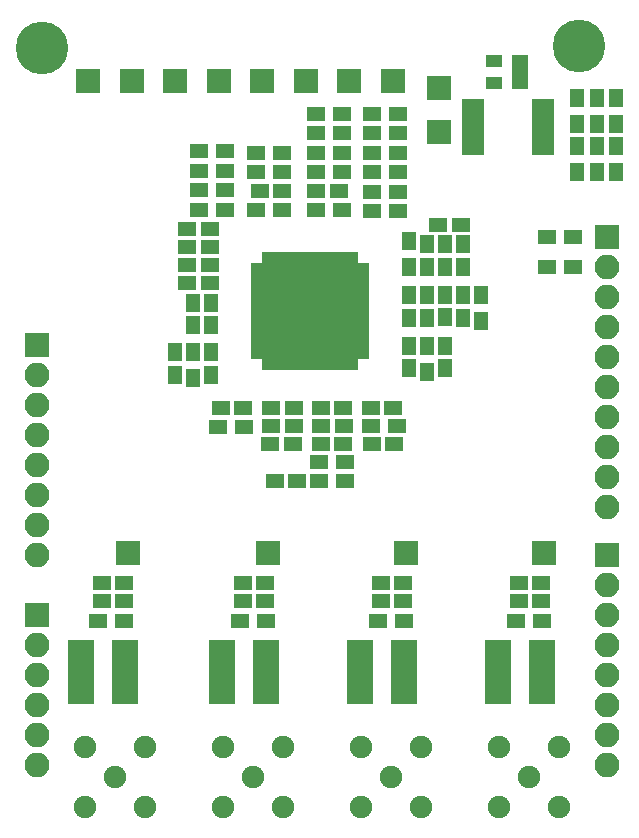
<source format=gts>
G04 #@! TF.FileFunction,Soldermask,Top*
%FSLAX46Y46*%
G04 Gerber Fmt 4.6, Leading zero omitted, Abs format (unit mm)*
G04 Created by KiCad (PCBNEW 4.0.7) date 04/28/18 13:58:35*
%MOMM*%
%LPD*%
G01*
G04 APERTURE LIST*
%ADD10C,0.100000*%
%ADD11C,1.906220*%
%ADD12C,4.464000*%
%ADD13R,2.100000X2.100000*%
%ADD14O,2.100000X2.100000*%
%ADD15R,2.200000X5.400000*%
%ADD16R,0.704800X1.212800*%
%ADD17R,1.212800X0.704800*%
%ADD18R,7.893000X7.893000*%
%ADD19R,1.460000X1.050000*%
%ADD20R,1.850000X0.850000*%
%ADD21R,1.150000X1.600000*%
%ADD22R,1.600000X1.150000*%
%ADD23R,1.600000X1.300000*%
%ADD24R,1.300000X1.600000*%
G04 APERTURE END LIST*
D10*
D11*
X159512000Y-140716000D03*
X162052000Y-138176000D03*
X162052000Y-143256000D03*
X156972000Y-138176000D03*
X156972000Y-143256000D03*
D12*
X175387000Y-78867000D03*
D11*
X136144000Y-140716000D03*
X138684000Y-138176000D03*
X138684000Y-143256000D03*
X133604000Y-138176000D03*
X133604000Y-143256000D03*
X147828000Y-140716000D03*
X150368000Y-138176000D03*
X150368000Y-143256000D03*
X145288000Y-138176000D03*
X145288000Y-143256000D03*
X171196000Y-140716000D03*
X173736000Y-138176000D03*
X173736000Y-143256000D03*
X168656000Y-138176000D03*
X168656000Y-143256000D03*
D13*
X177800000Y-94996000D03*
D14*
X177800000Y-97536000D03*
X177800000Y-100076000D03*
X177800000Y-102616000D03*
X177800000Y-105156000D03*
X177800000Y-107696000D03*
X177800000Y-110236000D03*
X177800000Y-112776000D03*
X177800000Y-115316000D03*
X177800000Y-117856000D03*
D13*
X129540000Y-104140000D03*
D14*
X129540000Y-106680000D03*
X129540000Y-109220000D03*
X129540000Y-111760000D03*
X129540000Y-114300000D03*
X129540000Y-116840000D03*
X129540000Y-119380000D03*
X129540000Y-121920000D03*
D13*
X177800000Y-121920000D03*
D14*
X177800000Y-124460000D03*
X177800000Y-127000000D03*
X177800000Y-129540000D03*
X177800000Y-132080000D03*
X177800000Y-134620000D03*
X177800000Y-137160000D03*
X177800000Y-139700000D03*
D13*
X129540000Y-127000000D03*
D14*
X129540000Y-129540000D03*
X129540000Y-132080000D03*
X129540000Y-134620000D03*
X129540000Y-137160000D03*
X129540000Y-139700000D03*
D15*
X133278000Y-131826000D03*
X136978000Y-131826000D03*
X145216000Y-131826000D03*
X148916000Y-131826000D03*
X156900000Y-131826000D03*
X160600000Y-131826000D03*
X168584000Y-131826000D03*
X172284000Y-131826000D03*
D16*
X148894800Y-105664000D03*
X149402800Y-105664000D03*
X149910800Y-105664000D03*
X150393400Y-105664000D03*
X150901400Y-105664000D03*
X151409400Y-105664000D03*
X151892000Y-105664000D03*
X152400000Y-105664000D03*
X152908000Y-105664000D03*
X153416000Y-105664000D03*
X153898600Y-105664000D03*
X154406600Y-105664000D03*
X154914600Y-105664000D03*
X155397200Y-105664000D03*
X155905200Y-105664000D03*
X156413200Y-105664000D03*
D17*
X157045660Y-105031540D03*
X157045660Y-104523540D03*
X157045660Y-104015540D03*
X157045660Y-103532940D03*
X157045660Y-103024940D03*
X157045660Y-102516940D03*
X157045660Y-102034340D03*
X157045660Y-101526340D03*
X157045660Y-101018340D03*
X157045660Y-100510340D03*
X157045660Y-100027740D03*
X157045660Y-99519740D03*
X157045660Y-99011740D03*
X157045660Y-98529140D03*
X157045660Y-98021140D03*
X157045660Y-97513140D03*
D16*
X156413200Y-96880680D03*
X155905200Y-96880680D03*
X155397200Y-96880680D03*
X154914600Y-96880680D03*
X154406600Y-96880680D03*
X153898600Y-96880680D03*
X153416000Y-96880680D03*
X152908000Y-96880680D03*
X152400000Y-96880680D03*
X151892000Y-96880680D03*
X151409400Y-96880680D03*
X150901400Y-96880680D03*
X150393400Y-96880680D03*
X149910800Y-96880680D03*
X149402800Y-96880680D03*
X148894800Y-96880680D03*
D17*
X148262340Y-97513140D03*
X148262340Y-98021140D03*
X148262340Y-98529140D03*
X148262340Y-99011740D03*
X148262340Y-99519740D03*
X148262340Y-100027740D03*
X148262340Y-100510340D03*
X148262340Y-101018340D03*
X148262340Y-101526340D03*
X148262340Y-102034340D03*
X148262340Y-102516940D03*
X148262340Y-103024940D03*
X148262340Y-103532940D03*
X148262340Y-104015540D03*
X148262340Y-104523540D03*
X148262340Y-105031540D03*
D18*
X152654000Y-101272340D03*
D19*
X170391000Y-81976000D03*
X170391000Y-81026000D03*
X170391000Y-80076000D03*
X168191000Y-80076000D03*
X168191000Y-81976000D03*
D20*
X166468000Y-83775000D03*
X166468000Y-84425000D03*
X166468000Y-85075000D03*
X166468000Y-85725000D03*
X166468000Y-86375000D03*
X166468000Y-87025000D03*
X166468000Y-87675000D03*
X172368000Y-87675000D03*
X172368000Y-87025000D03*
X172368000Y-86375000D03*
X172368000Y-85725000D03*
X172368000Y-85075000D03*
X172368000Y-84425000D03*
X172368000Y-83775000D03*
D13*
X137223500Y-121793000D03*
X149098000Y-121793000D03*
X160782000Y-121793000D03*
X163576000Y-82423000D03*
X163576000Y-86106000D03*
X172466000Y-121793000D03*
X133858000Y-81788000D03*
X141224000Y-81788000D03*
X148590000Y-81788000D03*
X155956000Y-81788000D03*
X137541000Y-81788000D03*
X144907000Y-81788000D03*
X152273000Y-81788000D03*
X159639000Y-81788000D03*
D21*
X144272000Y-102489000D03*
X144272000Y-100589000D03*
D22*
X149357000Y-109474000D03*
X151257000Y-109474000D03*
X155448000Y-109474000D03*
X153548000Y-109474000D03*
D21*
X161036000Y-101849000D03*
X161036000Y-99949000D03*
D22*
X135001000Y-125857000D03*
X136901000Y-125857000D03*
X155062000Y-91122500D03*
X153162000Y-91122500D03*
X150304500Y-91122500D03*
X148404500Y-91122500D03*
D21*
X165608000Y-99954000D03*
X165608000Y-101854000D03*
D22*
X151572000Y-115697000D03*
X149672000Y-115697000D03*
X153548000Y-112522000D03*
X155448000Y-112522000D03*
D21*
X164084000Y-97536000D03*
X164084000Y-95636000D03*
D22*
X136906000Y-124333000D03*
X135006000Y-124333000D03*
D21*
X144272000Y-104775000D03*
X144272000Y-106675000D03*
X142748000Y-102489000D03*
X142748000Y-100589000D03*
X141224000Y-106675000D03*
X141224000Y-104775000D03*
D22*
X146939000Y-125857000D03*
X148839000Y-125857000D03*
X151191000Y-112522000D03*
X149291000Y-112522000D03*
X148839000Y-124333000D03*
X146939000Y-124333000D03*
X147000000Y-109474000D03*
X145100000Y-109474000D03*
X159700000Y-109474000D03*
X157800000Y-109474000D03*
D21*
X161036000Y-106106000D03*
X161036000Y-104206000D03*
D22*
X149352000Y-110998000D03*
X151252000Y-110998000D03*
X142245000Y-95885000D03*
X144145000Y-95885000D03*
X142245000Y-94361000D03*
X144145000Y-94361000D03*
D21*
X164084000Y-101788000D03*
X164084000Y-99888000D03*
D22*
X165415000Y-93980000D03*
X163515000Y-93980000D03*
X158623000Y-125857000D03*
X160523000Y-125857000D03*
X160523000Y-124333000D03*
X158623000Y-124333000D03*
X157861000Y-112522000D03*
X159761000Y-112522000D03*
X142240000Y-97409000D03*
X144140000Y-97409000D03*
D21*
X162560000Y-95636000D03*
X162560000Y-97536000D03*
D22*
X155509000Y-110998000D03*
X153609000Y-110998000D03*
X144140000Y-98933000D03*
X142240000Y-98933000D03*
D21*
X165608000Y-97536000D03*
X165608000Y-95636000D03*
D22*
X170307000Y-125857000D03*
X172207000Y-125857000D03*
X172207000Y-124333000D03*
X170307000Y-124333000D03*
D21*
X164084000Y-104203500D03*
X164084000Y-106103500D03*
X162560000Y-101849000D03*
X162560000Y-99949000D03*
D23*
X153162000Y-92710000D03*
X155362000Y-92710000D03*
X148041000Y-92710000D03*
X150241000Y-92710000D03*
D24*
X167132000Y-102108000D03*
X167132000Y-99908000D03*
D23*
X155575000Y-115697000D03*
X153375000Y-115697000D03*
X155575000Y-114046000D03*
X153375000Y-114046000D03*
D24*
X161036000Y-95336000D03*
X161036000Y-97536000D03*
D23*
X136906000Y-127508000D03*
X134706000Y-127508000D03*
X148082000Y-87884000D03*
X150282000Y-87884000D03*
X153162000Y-87884000D03*
X155362000Y-87884000D03*
X157861000Y-91186000D03*
X160061000Y-91186000D03*
X148885000Y-127508000D03*
X146685000Y-127508000D03*
X157861000Y-87884000D03*
X160061000Y-87884000D03*
X145415000Y-87757000D03*
X143215000Y-87757000D03*
X145415000Y-91059000D03*
X143215000Y-91059000D03*
X153121000Y-84582000D03*
X155321000Y-84582000D03*
X160569000Y-127508000D03*
X158369000Y-127508000D03*
X157904000Y-84582000D03*
X160104000Y-84582000D03*
X172253000Y-127508000D03*
X170053000Y-127508000D03*
D24*
X142748000Y-106975000D03*
X142748000Y-104775000D03*
D23*
X148082000Y-89535000D03*
X150282000Y-89535000D03*
X153162000Y-89535000D03*
X155362000Y-89535000D03*
X157861000Y-92837000D03*
X160061000Y-92837000D03*
X157861000Y-89535000D03*
X160061000Y-89535000D03*
X144866000Y-111061500D03*
X147066000Y-111061500D03*
X145415000Y-89408000D03*
X143215000Y-89408000D03*
X145415000Y-92710000D03*
X143215000Y-92710000D03*
X153121000Y-86233000D03*
X155321000Y-86233000D03*
X159977000Y-110998000D03*
X157777000Y-110998000D03*
X157883500Y-86233000D03*
X160083500Y-86233000D03*
D24*
X162560000Y-106426000D03*
X162560000Y-104226000D03*
D23*
X172679000Y-97536000D03*
X174879000Y-97536000D03*
D24*
X176911000Y-83271000D03*
X176911000Y-85471000D03*
X178562000Y-83271000D03*
X178562000Y-85471000D03*
X175260000Y-83271000D03*
X175260000Y-85471000D03*
D23*
X172679000Y-94996000D03*
X174879000Y-94996000D03*
D24*
X176911000Y-87292000D03*
X176911000Y-89492000D03*
X178562000Y-87292000D03*
X178562000Y-89492000D03*
X175260000Y-87312500D03*
X175260000Y-89512500D03*
D12*
X129921000Y-78994000D03*
M02*

</source>
